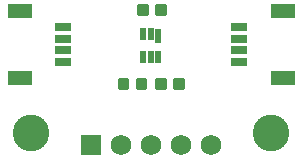
<source format=gbr>
G04 EAGLE Gerber RS-274X export*
G75*
%MOMM*%
%FSLAX34Y34*%
%LPD*%
%AMOC8*
5,1,8,0,0,1.08239X$1,22.5*%
G01*
%ADD10C,3.101600*%
%ADD11C,0.326897*%
%ADD12R,1.752600X1.752600*%
%ADD13C,1.752600*%
%ADD14R,1.451600X0.701600*%
%ADD15R,2.101600X1.301600*%
%ADD16R,0.501600X1.301600*%
%ADD17R,0.501600X1.101600*%


D10*
X25000Y25000D03*
X228200Y25000D03*
D11*
X122975Y126099D02*
X116337Y126099D01*
X116337Y132737D01*
X122975Y132737D01*
X122975Y126099D01*
X122975Y129205D02*
X116337Y129205D01*
X116337Y132311D02*
X122975Y132311D01*
X131577Y126099D02*
X138215Y126099D01*
X131577Y126099D02*
X131577Y132737D01*
X138215Y132737D01*
X138215Y126099D01*
X138215Y129205D02*
X131577Y129205D01*
X131577Y132311D02*
X138215Y132311D01*
D12*
X75800Y15000D03*
D13*
X101200Y15000D03*
X126600Y15000D03*
X152000Y15000D03*
X177400Y15000D03*
D14*
X52000Y115000D03*
X52000Y105000D03*
X52000Y95000D03*
X52000Y85000D03*
D15*
X15250Y72000D03*
X15250Y128000D03*
D14*
X201200Y85000D03*
X201200Y95000D03*
X201200Y105000D03*
X201200Y115000D03*
D15*
X237950Y128000D03*
X237950Y72000D03*
D11*
X121709Y70003D02*
X115071Y70003D01*
X121709Y70003D02*
X121709Y63365D01*
X115071Y63365D01*
X115071Y70003D01*
X115071Y66471D02*
X121709Y66471D01*
X121709Y69577D02*
X115071Y69577D01*
X106469Y70003D02*
X99831Y70003D01*
X106469Y70003D02*
X106469Y63365D01*
X99831Y63365D01*
X99831Y70003D01*
X99831Y66471D02*
X106469Y66471D01*
X106469Y69577D02*
X99831Y69577D01*
X131475Y63361D02*
X138113Y63361D01*
X131475Y63361D02*
X131475Y69999D01*
X138113Y69999D01*
X138113Y63361D01*
X138113Y66467D02*
X131475Y66467D01*
X131475Y69573D02*
X138113Y69573D01*
X146715Y63361D02*
X153353Y63361D01*
X146715Y63361D02*
X146715Y69999D01*
X153353Y69999D01*
X153353Y63361D01*
X153353Y66467D02*
X146715Y66467D01*
X146715Y69573D02*
X153353Y69573D01*
D16*
X132770Y107564D03*
D17*
X126270Y108564D03*
X119770Y108564D03*
X119770Y89564D03*
X126270Y89564D03*
X132770Y89564D03*
M02*

</source>
